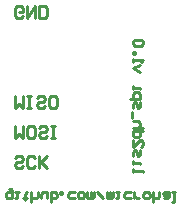
<source format=gbo>
G04 Layer_Color=13813960*
%FSLAX25Y25*%
%MOIN*%
G70*
G01*
G75*
%ADD19C,0.01000*%
D19*
X127666Y484168D02*
X126999Y483501D01*
X125666D01*
X125000Y484168D01*
Y486834D01*
X125666Y487500D01*
X126999D01*
X127666Y486834D01*
Y485501D01*
X126333D01*
X128999Y487500D02*
Y483501D01*
X131665Y487500D01*
Y483501D01*
X132997D02*
Y487500D01*
X134997D01*
X135663Y486834D01*
Y484168D01*
X134997Y483501D01*
X132997D01*
X125000Y457500D02*
Y453501D01*
X126333Y454834D01*
X127666Y453501D01*
Y457500D01*
X128999Y453501D02*
X130332D01*
X129665D01*
Y457500D01*
X128999D01*
X130332D01*
X134997Y454168D02*
X134330Y453501D01*
X132997D01*
X132331Y454168D01*
Y454834D01*
X132997Y455501D01*
X134330D01*
X134997Y456167D01*
Y456834D01*
X134330Y457500D01*
X132997D01*
X132331Y456834D01*
X138329Y453501D02*
X136996D01*
X136330Y454168D01*
Y456834D01*
X136996Y457500D01*
X138329D01*
X138996Y456834D01*
Y454168D01*
X138329Y453501D01*
X125000Y447500D02*
Y443501D01*
X126333Y444834D01*
X127666Y443501D01*
Y447500D01*
X130998Y443501D02*
X129665D01*
X128999Y444168D01*
Y446834D01*
X129665Y447500D01*
X130998D01*
X131665Y446834D01*
Y444168D01*
X130998Y443501D01*
X135663Y444168D02*
X134997Y443501D01*
X133664D01*
X132997Y444168D01*
Y444834D01*
X133664Y445501D01*
X134997D01*
X135663Y446167D01*
Y446834D01*
X134997Y447500D01*
X133664D01*
X132997Y446834D01*
X136996Y443501D02*
X138329D01*
X137663D01*
Y447500D01*
X136996D01*
X138329D01*
X127666Y434168D02*
X126999Y433501D01*
X125666D01*
X125000Y434168D01*
Y434834D01*
X125666Y435501D01*
X126999D01*
X127666Y436167D01*
Y436834D01*
X126999Y437500D01*
X125666D01*
X125000Y436834D01*
X131665Y434168D02*
X130998Y433501D01*
X129665D01*
X128999Y434168D01*
Y436834D01*
X129665Y437500D01*
X130998D01*
X131665Y436834D01*
X132997Y433501D02*
Y437500D01*
Y436167D01*
X135663Y433501D01*
X133664Y435501D01*
X135663Y437500D01*
X164500Y432000D02*
Y433066D01*
Y432533D01*
X167699D01*
Y432000D01*
X164500Y434666D02*
Y435732D01*
Y435199D01*
X166633D01*
Y434666D01*
X164500Y437332D02*
Y438931D01*
X165033Y439464D01*
X165566Y438931D01*
Y437865D01*
X166100Y437332D01*
X166633Y437865D01*
Y439464D01*
X164500Y442663D02*
Y440531D01*
X166633Y442663D01*
X167166D01*
X167699Y442130D01*
Y441064D01*
X167166Y440531D01*
X167699Y445862D02*
X164500D01*
Y444263D01*
X165033Y443729D01*
X166100D01*
X166633Y444263D01*
Y445862D01*
X167699Y446929D02*
X164500D01*
X166100D01*
X166633Y447462D01*
Y448528D01*
X166100Y449061D01*
X164500D01*
X163967Y450128D02*
Y452260D01*
X164500Y453327D02*
Y454926D01*
X165033Y455459D01*
X165566Y454926D01*
Y453860D01*
X166100Y453327D01*
X166633Y453860D01*
Y455459D01*
X163434Y456525D02*
X166633D01*
Y458125D01*
X166100Y458658D01*
X165033D01*
X164500Y458125D01*
Y456525D01*
Y459724D02*
Y460791D01*
Y460257D01*
X166633D01*
Y459724D01*
Y465589D02*
X164500Y466655D01*
X166633Y467722D01*
X164500Y468788D02*
Y469854D01*
Y469321D01*
X167699D01*
X167166Y468788D01*
X164500Y471454D02*
X165033D01*
Y471987D01*
X164500D01*
Y471454D01*
X167166Y474120D02*
X167699Y474653D01*
Y475719D01*
X167166Y476252D01*
X165033D01*
X164500Y475719D01*
Y474653D01*
X165033Y474120D01*
X167166D01*
X123066Y426566D02*
X123600D01*
X124133Y426033D01*
Y423367D01*
X122533D01*
X122000Y423901D01*
Y424967D01*
X122533Y425500D01*
X124133D01*
X125199D02*
X126265D01*
X125732D01*
Y423367D01*
X125199D01*
X128398Y422834D02*
Y423367D01*
X127865D01*
X128931D01*
X128398D01*
Y424967D01*
X128931Y425500D01*
X130531Y422301D02*
Y425500D01*
Y423901D01*
X131064Y423367D01*
X132130D01*
X132663Y423901D01*
Y425500D01*
X133730Y423367D02*
Y424967D01*
X134263Y425500D01*
X135862D01*
Y423367D01*
X136928Y422301D02*
Y425500D01*
X138528D01*
X139061Y424967D01*
Y424434D01*
Y423901D01*
X138528Y423367D01*
X136928D01*
X140128Y425500D02*
Y424967D01*
X140661D01*
Y425500D01*
X140128D01*
X144926Y423367D02*
X143326D01*
X142793Y423901D01*
Y424967D01*
X143326Y425500D01*
X144926D01*
X146525D02*
X147592D01*
X148125Y424967D01*
Y423901D01*
X147592Y423367D01*
X146525D01*
X145992Y423901D01*
Y424967D01*
X146525Y425500D01*
X149191D02*
Y423367D01*
X149724D01*
X150258Y423901D01*
Y425500D01*
Y423901D01*
X150791Y423367D01*
X151324Y423901D01*
Y425500D01*
X152390D02*
X154523Y423367D01*
X155589Y425500D02*
Y423367D01*
X156122D01*
X156656Y423901D01*
Y425500D01*
Y423901D01*
X157189Y423367D01*
X157722Y423901D01*
Y425500D01*
X158788D02*
X159854D01*
X159321D01*
Y423367D01*
X158788D01*
X163587D02*
X161987D01*
X161454Y423901D01*
Y424967D01*
X161987Y425500D01*
X163587D01*
X164653Y423367D02*
Y425500D01*
Y424434D01*
X165186Y423901D01*
X165719Y423367D01*
X166252D01*
X168385Y425500D02*
X169451D01*
X169984Y424967D01*
Y423901D01*
X169451Y423367D01*
X168385D01*
X167852Y423901D01*
Y424967D01*
X168385Y425500D01*
X171051Y422301D02*
Y425500D01*
Y423901D01*
X171584Y423367D01*
X172650D01*
X173184Y423901D01*
Y425500D01*
X174783Y423367D02*
X175849D01*
X176382Y423901D01*
Y425500D01*
X174783D01*
X174250Y424967D01*
X174783Y424434D01*
X176382D01*
X177449Y425500D02*
X178515D01*
X177982D01*
Y422301D01*
X177449D01*
M02*

</source>
